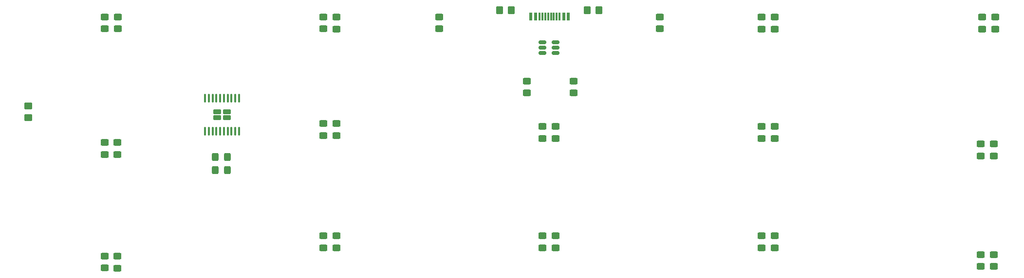
<source format=gbr>
%TF.GenerationSoftware,KiCad,Pcbnew,7.0.10*%
%TF.CreationDate,2024-02-28T00:26:24+11:00*%
%TF.ProjectId,wahoo30,7761686f-6f33-4302-9e6b-696361645f70,rev?*%
%TF.SameCoordinates,Original*%
%TF.FileFunction,Paste,Bot*%
%TF.FilePolarity,Positive*%
%FSLAX46Y46*%
G04 Gerber Fmt 4.6, Leading zero omitted, Abs format (unit mm)*
G04 Created by KiCad (PCBNEW 7.0.10) date 2024-02-28 00:26:24*
%MOMM*%
%LPD*%
G01*
G04 APERTURE LIST*
G04 Aperture macros list*
%AMRoundRect*
0 Rectangle with rounded corners*
0 $1 Rounding radius*
0 $2 $3 $4 $5 $6 $7 $8 $9 X,Y pos of 4 corners*
0 Add a 4 corners polygon primitive as box body*
4,1,4,$2,$3,$4,$5,$6,$7,$8,$9,$2,$3,0*
0 Add four circle primitives for the rounded corners*
1,1,$1+$1,$2,$3*
1,1,$1+$1,$4,$5*
1,1,$1+$1,$6,$7*
1,1,$1+$1,$8,$9*
0 Add four rect primitives between the rounded corners*
20,1,$1+$1,$2,$3,$4,$5,0*
20,1,$1+$1,$4,$5,$6,$7,0*
20,1,$1+$1,$6,$7,$8,$9,0*
20,1,$1+$1,$8,$9,$2,$3,0*%
G04 Aperture macros list end*
%ADD10RoundRect,0.250000X-0.450000X0.325000X-0.450000X-0.325000X0.450000X-0.325000X0.450000X0.325000X0*%
%ADD11RoundRect,0.250000X-0.450000X0.350000X-0.450000X-0.350000X0.450000X-0.350000X0.450000X0.350000X0*%
%ADD12RoundRect,0.250000X-0.350000X-0.450000X0.350000X-0.450000X0.350000X0.450000X-0.350000X0.450000X0*%
%ADD13R,0.600000X1.450000*%
%ADD14R,0.300000X1.450000*%
%ADD15RoundRect,0.250000X-0.325000X-0.450000X0.325000X-0.450000X0.325000X0.450000X-0.325000X0.450000X0*%
%ADD16RoundRect,0.150000X0.512500X0.150000X-0.512500X0.150000X-0.512500X-0.150000X0.512500X-0.150000X0*%
%ADD17RoundRect,0.217500X-0.457500X0.217500X-0.457500X-0.217500X0.457500X-0.217500X0.457500X0.217500X0*%
%ADD18RoundRect,0.100000X-0.100000X0.637500X-0.100000X-0.637500X0.100000X-0.637500X0.100000X0.637500X0*%
%ADD19RoundRect,0.250000X0.350000X0.450000X-0.350000X0.450000X-0.350000X-0.450000X0.350000X-0.450000X0*%
G04 APERTURE END LIST*
D10*
%TO.C,D22*%
X162255000Y-31758000D03*
X162255000Y-33808000D03*
%TD*%
%TO.C,F1*%
X119126000Y-42917000D03*
X119126000Y-44967000D03*
%TD*%
%TO.C,D1*%
X45720000Y-31749000D03*
X45720000Y-33799000D03*
%TD*%
%TO.C,D11*%
X86055000Y-50300000D03*
X86055000Y-52350000D03*
%TD*%
D11*
%TO.C,R4*%
X32450000Y-47243000D03*
X32450000Y-49243000D03*
%TD*%
D10*
%TO.C,D23*%
X162255000Y-50808000D03*
X162255000Y-52858000D03*
%TD*%
%TO.C,D8*%
X83769000Y-50300000D03*
X83769000Y-52350000D03*
%TD*%
D12*
%TO.C,R1*%
X129632000Y-30572000D03*
X131632000Y-30572000D03*
%TD*%
D10*
%TO.C,D10*%
X86055000Y-31758000D03*
X86055000Y-33808000D03*
%TD*%
%TO.C,D20*%
X159969000Y-50808000D03*
X159969000Y-52858000D03*
%TD*%
D13*
%TO.C,J3*%
X119813000Y-31604000D03*
X120613000Y-31604000D03*
D14*
X121813000Y-31604000D03*
X122813000Y-31604000D03*
X123313000Y-31604000D03*
X124313000Y-31604000D03*
D13*
X125513000Y-31604000D03*
X126313000Y-31604000D03*
X126313000Y-31604000D03*
X125513000Y-31604000D03*
D14*
X124813000Y-31604000D03*
X123813000Y-31604000D03*
X122313000Y-31604000D03*
X121313000Y-31604000D03*
D13*
X120613000Y-31604000D03*
X119813000Y-31604000D03*
%TD*%
D10*
%TO.C,D24*%
X162255000Y-69858000D03*
X162255000Y-71908000D03*
%TD*%
D15*
%TO.C,C1*%
X64964000Y-56151000D03*
X67014000Y-56151000D03*
%TD*%
D10*
%TO.C,D19*%
X159969000Y-31758000D03*
X159969000Y-33808000D03*
%TD*%
%TO.C,D31*%
X127254000Y-42917000D03*
X127254000Y-44967000D03*
%TD*%
%TO.C,D28*%
X200609000Y-31758000D03*
X200609000Y-33808000D03*
%TD*%
%TO.C,D12*%
X86055000Y-69858000D03*
X86055000Y-71908000D03*
%TD*%
%TO.C,D14*%
X121869000Y-50808000D03*
X121869000Y-52858000D03*
%TD*%
%TO.C,D26*%
X198069000Y-53856000D03*
X198069000Y-55906000D03*
%TD*%
%TO.C,D25*%
X198323000Y-31758000D03*
X198323000Y-33808000D03*
%TD*%
D15*
%TO.C,C3*%
X64964000Y-58437000D03*
X67014000Y-58437000D03*
%TD*%
D10*
%TO.C,D30*%
X200355000Y-73143000D03*
X200355000Y-75193000D03*
%TD*%
%TO.C,D2*%
X45720000Y-53602000D03*
X45720000Y-55652000D03*
%TD*%
%TO.C,D9*%
X83769000Y-69858000D03*
X83769000Y-71908000D03*
%TD*%
%TO.C,D16*%
X142240000Y-31741000D03*
X142240000Y-33791000D03*
%TD*%
%TO.C,D15*%
X121869000Y-69858000D03*
X121869000Y-71908000D03*
%TD*%
%TO.C,D5*%
X47955000Y-53602000D03*
X47955000Y-55652000D03*
%TD*%
%TO.C,D17*%
X124155000Y-50808000D03*
X124155000Y-52858000D03*
%TD*%
D16*
%TO.C,U2*%
X124139500Y-36134000D03*
X124139500Y-37084000D03*
X124139500Y-38034000D03*
X121864500Y-38034000D03*
X121864500Y-37084000D03*
X121864500Y-36134000D03*
%TD*%
D10*
%TO.C,D21*%
X159969000Y-69858000D03*
X159969000Y-71908000D03*
%TD*%
%TO.C,D18*%
X124155000Y-69858000D03*
X124155000Y-71908000D03*
%TD*%
D17*
%TO.C,U1*%
X66958000Y-48196000D03*
X65278000Y-48196000D03*
X66958000Y-49276000D03*
X65278000Y-49276000D03*
D18*
X63193000Y-45848500D03*
X63843000Y-45848500D03*
X64493000Y-45848500D03*
X65143000Y-45848500D03*
X65793000Y-45848500D03*
X66443000Y-45848500D03*
X67093000Y-45848500D03*
X67743000Y-45848500D03*
X68393000Y-45848500D03*
X69043000Y-45848500D03*
X69043000Y-51623500D03*
X68393000Y-51623500D03*
X67743000Y-51623500D03*
X67093000Y-51623500D03*
X66443000Y-51623500D03*
X65793000Y-51623500D03*
X65143000Y-51623500D03*
X64493000Y-51623500D03*
X63843000Y-51623500D03*
X63193000Y-51623500D03*
%TD*%
D10*
%TO.C,D4*%
X48006000Y-31749000D03*
X48006000Y-33799000D03*
%TD*%
%TO.C,D7*%
X83769000Y-31749000D03*
X83769000Y-33799000D03*
%TD*%
%TO.C,D13*%
X103886000Y-31749000D03*
X103886000Y-33799000D03*
%TD*%
%TO.C,D29*%
X200355000Y-53856000D03*
X200355000Y-55906000D03*
%TD*%
%TO.C,D27*%
X198069000Y-73143000D03*
X198069000Y-75193000D03*
%TD*%
%TO.C,D3*%
X45720000Y-73397000D03*
X45720000Y-75447000D03*
%TD*%
%TO.C,D6*%
X47955000Y-73414000D03*
X47955000Y-75464000D03*
%TD*%
D19*
%TO.C,R2*%
X116392000Y-30572000D03*
X114392000Y-30572000D03*
%TD*%
M02*

</source>
